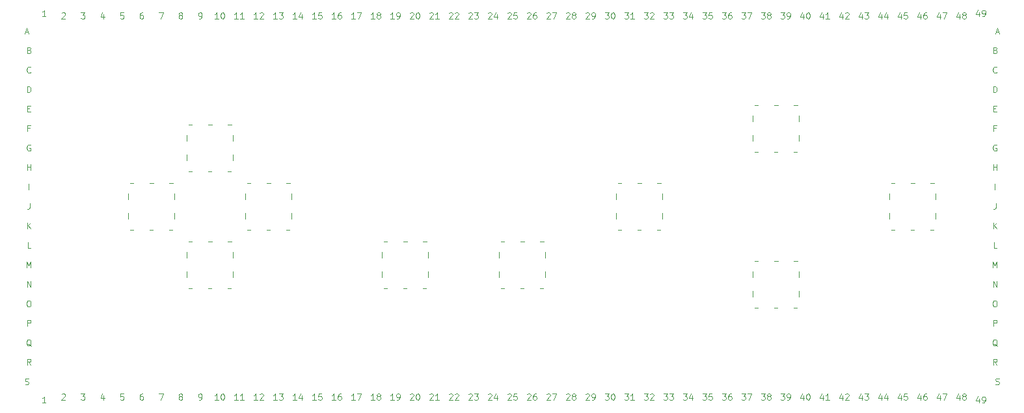
<source format=gbr>
G04 #@! TF.GenerationSoftware,KiCad,Pcbnew,(5.1.5)-3*
G04 #@! TF.CreationDate,2022-12-18T18:35:31+01:00*
G04 #@! TF.ProjectId,SNES controller protoboard,534e4553-2063-46f6-9e74-726f6c6c6572,rev?*
G04 #@! TF.SameCoordinates,Original*
G04 #@! TF.FileFunction,Legend,Top*
G04 #@! TF.FilePolarity,Positive*
%FSLAX46Y46*%
G04 Gerber Fmt 4.6, Leading zero omitted, Abs format (unit mm)*
G04 Created by KiCad (PCBNEW (5.1.5)-3) date 2022-12-18 18:35:31*
%MOMM*%
%LPD*%
G04 APERTURE LIST*
%ADD10C,0.120000*%
%ADD11C,0.100000*%
G04 APERTURE END LIST*
D10*
X49314100Y-33578800D02*
X49771300Y-33578800D01*
X44208700Y-27432000D02*
X44665900Y-27432000D01*
X43992800Y-32156400D02*
X43992800Y-31394400D01*
X49987200Y-29616400D02*
X49987200Y-28854400D01*
X49326800Y-27432000D02*
X49784000Y-27432000D01*
X43992800Y-29616400D02*
X43992800Y-28854400D01*
X44196000Y-33578800D02*
X44653200Y-33578800D01*
X46774100Y-33578800D02*
X47231300Y-33578800D01*
X46786800Y-27432000D02*
X47244000Y-27432000D01*
X49987200Y-32156400D02*
X49987200Y-31394400D01*
D11*
X123804442Y-2482857D02*
X123918728Y-2520952D01*
X123956823Y-2559047D01*
X123994919Y-2635238D01*
X123994919Y-2749523D01*
X123956823Y-2825714D01*
X123918728Y-2863809D01*
X123842538Y-2901904D01*
X123537776Y-2901904D01*
X123537776Y-2101904D01*
X123804442Y-2101904D01*
X123880633Y-2140000D01*
X123918728Y-2178095D01*
X123956823Y-2254285D01*
X123956823Y-2330476D01*
X123918728Y-2406666D01*
X123880633Y-2444761D01*
X123804442Y-2482857D01*
X123537776Y-2482857D01*
X123575871Y-10102857D02*
X123842538Y-10102857D01*
X123956823Y-10521904D02*
X123575871Y-10521904D01*
X123575871Y-9721904D01*
X123956823Y-9721904D01*
X123874323Y-133333D02*
X124255276Y-133333D01*
X123798133Y-361904D02*
X124064800Y438095D01*
X124331466Y-361904D01*
X123861585Y-12642857D02*
X123594919Y-12642857D01*
X123594919Y-13061904D02*
X123594919Y-12261904D01*
X123975871Y-12261904D01*
X123861585Y-22421904D02*
X123861585Y-22993333D01*
X123823490Y-23107619D01*
X123747300Y-23183809D01*
X123633014Y-23221904D01*
X123556823Y-23221904D01*
X123747300Y-20681904D02*
X123747300Y-19881904D01*
X123836228Y-46043809D02*
X123950514Y-46081904D01*
X124140990Y-46081904D01*
X124217180Y-46043809D01*
X124255276Y-46005714D01*
X124293371Y-45929523D01*
X124293371Y-45853333D01*
X124255276Y-45777142D01*
X124217180Y-45739047D01*
X124140990Y-45700952D01*
X123988609Y-45662857D01*
X123912419Y-45624761D01*
X123874323Y-45586666D01*
X123836228Y-45510476D01*
X123836228Y-45434285D01*
X123874323Y-45358095D01*
X123912419Y-45320000D01*
X123988609Y-45281904D01*
X124179085Y-45281904D01*
X124293371Y-45320000D01*
X123994919Y-5365714D02*
X123956823Y-5403809D01*
X123842538Y-5441904D01*
X123766347Y-5441904D01*
X123652061Y-5403809D01*
X123575871Y-5327619D01*
X123537776Y-5251428D01*
X123499680Y-5099047D01*
X123499680Y-4984761D01*
X123537776Y-4832380D01*
X123575871Y-4756190D01*
X123652061Y-4680000D01*
X123766347Y-4641904D01*
X123842538Y-4641904D01*
X123956823Y-4680000D01*
X123994919Y-4718095D01*
X124052061Y-41078095D02*
X123975871Y-41040000D01*
X123899680Y-40963809D01*
X123785395Y-40849523D01*
X123709204Y-40811428D01*
X123633014Y-40811428D01*
X123671109Y-41001904D02*
X123594919Y-40963809D01*
X123518728Y-40887619D01*
X123480633Y-40735238D01*
X123480633Y-40468571D01*
X123518728Y-40316190D01*
X123594919Y-40240000D01*
X123671109Y-40201904D01*
X123823490Y-40201904D01*
X123899680Y-40240000D01*
X123975871Y-40316190D01*
X124013966Y-40468571D01*
X124013966Y-40735238D01*
X123975871Y-40887619D01*
X123899680Y-40963809D01*
X123823490Y-41001904D01*
X123671109Y-41001904D01*
X123537776Y-38461904D02*
X123537776Y-37661904D01*
X123842538Y-37661904D01*
X123918728Y-37700000D01*
X123956823Y-37738095D01*
X123994919Y-37814285D01*
X123994919Y-37928571D01*
X123956823Y-38004761D01*
X123918728Y-38042857D01*
X123842538Y-38080952D01*
X123537776Y-38080952D01*
X123537776Y-25761904D02*
X123537776Y-24961904D01*
X123994919Y-25761904D02*
X123652061Y-25304761D01*
X123994919Y-24961904D02*
X123537776Y-25419047D01*
X123994919Y-43541904D02*
X123728252Y-43160952D01*
X123537776Y-43541904D02*
X123537776Y-42741904D01*
X123842538Y-42741904D01*
X123918728Y-42780000D01*
X123956823Y-42818095D01*
X123994919Y-42894285D01*
X123994919Y-43008571D01*
X123956823Y-43084761D01*
X123918728Y-43122857D01*
X123842538Y-43160952D01*
X123537776Y-43160952D01*
X123518728Y-33381904D02*
X123518728Y-32581904D01*
X123975871Y-33381904D01*
X123975871Y-32581904D01*
X123537776Y-7981904D02*
X123537776Y-7181904D01*
X123728252Y-7181904D01*
X123842538Y-7220000D01*
X123918728Y-7296190D01*
X123956823Y-7372380D01*
X123994919Y-7524761D01*
X123994919Y-7639047D01*
X123956823Y-7791428D01*
X123918728Y-7867619D01*
X123842538Y-7943809D01*
X123728252Y-7981904D01*
X123537776Y-7981904D01*
X123480633Y-30841904D02*
X123480633Y-30041904D01*
X123747300Y-30613333D01*
X124013966Y-30041904D01*
X124013966Y-30841904D01*
X123956823Y-14840000D02*
X123880633Y-14801904D01*
X123766347Y-14801904D01*
X123652061Y-14840000D01*
X123575871Y-14916190D01*
X123537776Y-14992380D01*
X123499680Y-15144761D01*
X123499680Y-15259047D01*
X123537776Y-15411428D01*
X123575871Y-15487619D01*
X123652061Y-15563809D01*
X123766347Y-15601904D01*
X123842538Y-15601904D01*
X123956823Y-15563809D01*
X123994919Y-15525714D01*
X123994919Y-15259047D01*
X123842538Y-15259047D01*
X123671109Y-35121904D02*
X123823490Y-35121904D01*
X123899680Y-35160000D01*
X123975871Y-35236190D01*
X124013966Y-35388571D01*
X124013966Y-35655238D01*
X123975871Y-35807619D01*
X123899680Y-35883809D01*
X123823490Y-35921904D01*
X123671109Y-35921904D01*
X123594919Y-35883809D01*
X123518728Y-35807619D01*
X123480633Y-35655238D01*
X123480633Y-35388571D01*
X123518728Y-35236190D01*
X123594919Y-35160000D01*
X123671109Y-35121904D01*
X123994919Y-28301904D02*
X123613966Y-28301904D01*
X123613966Y-27501904D01*
X123518728Y-18141904D02*
X123518728Y-17341904D01*
X123518728Y-17722857D02*
X123975871Y-17722857D01*
X123975871Y-18141904D02*
X123975871Y-17341904D01*
X37947619Y-48094904D02*
X37490476Y-48094904D01*
X37719047Y-48094904D02*
X37719047Y-47294904D01*
X37642857Y-47409190D01*
X37566666Y-47485380D01*
X37490476Y-47523476D01*
X38633333Y-47294904D02*
X38480952Y-47294904D01*
X38404761Y-47333000D01*
X38366666Y-47371095D01*
X38290476Y-47485380D01*
X38252380Y-47637761D01*
X38252380Y-47942523D01*
X38290476Y-48018714D01*
X38328571Y-48056809D01*
X38404761Y-48094904D01*
X38557142Y-48094904D01*
X38633333Y-48056809D01*
X38671428Y-48018714D01*
X38709523Y-47942523D01*
X38709523Y-47752047D01*
X38671428Y-47675857D01*
X38633333Y-47637761D01*
X38557142Y-47599666D01*
X38404761Y-47599666D01*
X38328571Y-47637761D01*
X38290476Y-47675857D01*
X38252380Y-47752047D01*
X75552380Y-47294904D02*
X76047619Y-47294904D01*
X75780952Y-47599666D01*
X75895238Y-47599666D01*
X75971428Y-47637761D01*
X76009523Y-47675857D01*
X76047619Y-47752047D01*
X76047619Y-47942523D01*
X76009523Y-48018714D01*
X75971428Y-48056809D01*
X75895238Y-48094904D01*
X75666666Y-48094904D01*
X75590476Y-48056809D01*
X75552380Y-48018714D01*
X76809523Y-48094904D02*
X76352380Y-48094904D01*
X76580952Y-48094904D02*
X76580952Y-47294904D01*
X76504761Y-47409190D01*
X76428571Y-47485380D01*
X76352380Y-47523476D01*
X65430476Y-47371095D02*
X65468571Y-47333000D01*
X65544761Y-47294904D01*
X65735238Y-47294904D01*
X65811428Y-47333000D01*
X65849523Y-47371095D01*
X65887619Y-47447285D01*
X65887619Y-47523476D01*
X65849523Y-47637761D01*
X65392380Y-48094904D01*
X65887619Y-48094904D01*
X66154285Y-47294904D02*
X66687619Y-47294904D01*
X66344761Y-48094904D01*
X10350476Y-47294904D02*
X9969523Y-47294904D01*
X9931428Y-47675857D01*
X9969523Y-47637761D01*
X10045714Y-47599666D01*
X10236190Y-47599666D01*
X10312380Y-47637761D01*
X10350476Y-47675857D01*
X10388571Y-47752047D01*
X10388571Y-47942523D01*
X10350476Y-48018714D01*
X10312380Y-48056809D01*
X10236190Y-48094904D01*
X10045714Y-48094904D01*
X9969523Y-48056809D01*
X9931428Y-48018714D01*
X12852380Y-47294904D02*
X12700000Y-47294904D01*
X12623809Y-47333000D01*
X12585714Y-47371095D01*
X12509523Y-47485380D01*
X12471428Y-47637761D01*
X12471428Y-47942523D01*
X12509523Y-48018714D01*
X12547619Y-48056809D01*
X12623809Y-48094904D01*
X12776190Y-48094904D01*
X12852380Y-48056809D01*
X12890476Y-48018714D01*
X12928571Y-47942523D01*
X12928571Y-47752047D01*
X12890476Y-47675857D01*
X12852380Y-47637761D01*
X12776190Y-47599666D01*
X12623809Y-47599666D01*
X12547619Y-47637761D01*
X12509523Y-47675857D01*
X12471428Y-47752047D01*
X43027619Y-48094904D02*
X42570476Y-48094904D01*
X42799047Y-48094904D02*
X42799047Y-47294904D01*
X42722857Y-47409190D01*
X42646666Y-47485380D01*
X42570476Y-47523476D01*
X43484761Y-47637761D02*
X43408571Y-47599666D01*
X43370476Y-47561571D01*
X43332380Y-47485380D01*
X43332380Y-47447285D01*
X43370476Y-47371095D01*
X43408571Y-47333000D01*
X43484761Y-47294904D01*
X43637142Y-47294904D01*
X43713333Y-47333000D01*
X43751428Y-47371095D01*
X43789523Y-47447285D01*
X43789523Y-47485380D01*
X43751428Y-47561571D01*
X43713333Y-47599666D01*
X43637142Y-47637761D01*
X43484761Y-47637761D01*
X43408571Y-47675857D01*
X43370476Y-47713952D01*
X43332380Y-47790142D01*
X43332380Y-47942523D01*
X43370476Y-48018714D01*
X43408571Y-48056809D01*
X43484761Y-48094904D01*
X43637142Y-48094904D01*
X43713333Y-48056809D01*
X43751428Y-48018714D01*
X43789523Y-47942523D01*
X43789523Y-47790142D01*
X43751428Y-47713952D01*
X43713333Y-47675857D01*
X43637142Y-47637761D01*
X45567619Y-48094904D02*
X45110476Y-48094904D01*
X45339047Y-48094904D02*
X45339047Y-47294904D01*
X45262857Y-47409190D01*
X45186666Y-47485380D01*
X45110476Y-47523476D01*
X45948571Y-48094904D02*
X46100952Y-48094904D01*
X46177142Y-48056809D01*
X46215238Y-48018714D01*
X46291428Y-47904428D01*
X46329523Y-47752047D01*
X46329523Y-47447285D01*
X46291428Y-47371095D01*
X46253333Y-47333000D01*
X46177142Y-47294904D01*
X46024761Y-47294904D01*
X45948571Y-47333000D01*
X45910476Y-47371095D01*
X45872380Y-47447285D01*
X45872380Y-47637761D01*
X45910476Y-47713952D01*
X45948571Y-47752047D01*
X46024761Y-47790142D01*
X46177142Y-47790142D01*
X46253333Y-47752047D01*
X46291428Y-47713952D01*
X46329523Y-47637761D01*
X90792380Y-47294904D02*
X91287619Y-47294904D01*
X91020952Y-47599666D01*
X91135238Y-47599666D01*
X91211428Y-47637761D01*
X91249523Y-47675857D01*
X91287619Y-47752047D01*
X91287619Y-47942523D01*
X91249523Y-48018714D01*
X91211428Y-48056809D01*
X91135238Y-48094904D01*
X90906666Y-48094904D01*
X90830476Y-48056809D01*
X90792380Y-48018714D01*
X91554285Y-47294904D02*
X92087619Y-47294904D01*
X91744761Y-48094904D01*
X116611428Y-47561571D02*
X116611428Y-48094904D01*
X116420952Y-47256809D02*
X116230476Y-47828238D01*
X116725714Y-47828238D01*
X116954285Y-47294904D02*
X117487619Y-47294904D01*
X117144761Y-48094904D01*
X22707619Y-48094904D02*
X22250476Y-48094904D01*
X22479047Y-48094904D02*
X22479047Y-47294904D01*
X22402857Y-47409190D01*
X22326666Y-47485380D01*
X22250476Y-47523476D01*
X23202857Y-47294904D02*
X23279047Y-47294904D01*
X23355238Y-47333000D01*
X23393333Y-47371095D01*
X23431428Y-47447285D01*
X23469523Y-47599666D01*
X23469523Y-47790142D01*
X23431428Y-47942523D01*
X23393333Y-48018714D01*
X23355238Y-48056809D01*
X23279047Y-48094904D01*
X23202857Y-48094904D01*
X23126666Y-48056809D01*
X23088571Y-48018714D01*
X23050476Y-47942523D01*
X23012380Y-47790142D01*
X23012380Y-47599666D01*
X23050476Y-47447285D01*
X23088571Y-47371095D01*
X23126666Y-47333000D01*
X23202857Y-47294904D01*
X93332380Y-47294904D02*
X93827619Y-47294904D01*
X93560952Y-47599666D01*
X93675238Y-47599666D01*
X93751428Y-47637761D01*
X93789523Y-47675857D01*
X93827619Y-47752047D01*
X93827619Y-47942523D01*
X93789523Y-48018714D01*
X93751428Y-48056809D01*
X93675238Y-48094904D01*
X93446666Y-48094904D01*
X93370476Y-48056809D01*
X93332380Y-48018714D01*
X94284761Y-47637761D02*
X94208571Y-47599666D01*
X94170476Y-47561571D01*
X94132380Y-47485380D01*
X94132380Y-47447285D01*
X94170476Y-47371095D01*
X94208571Y-47333000D01*
X94284761Y-47294904D01*
X94437142Y-47294904D01*
X94513333Y-47333000D01*
X94551428Y-47371095D01*
X94589523Y-47447285D01*
X94589523Y-47485380D01*
X94551428Y-47561571D01*
X94513333Y-47599666D01*
X94437142Y-47637761D01*
X94284761Y-47637761D01*
X94208571Y-47675857D01*
X94170476Y-47713952D01*
X94132380Y-47790142D01*
X94132380Y-47942523D01*
X94170476Y-48018714D01*
X94208571Y-48056809D01*
X94284761Y-48094904D01*
X94437142Y-48094904D01*
X94513333Y-48056809D01*
X94551428Y-48018714D01*
X94589523Y-47942523D01*
X94589523Y-47790142D01*
X94551428Y-47713952D01*
X94513333Y-47675857D01*
X94437142Y-47637761D01*
X103911428Y-47561571D02*
X103911428Y-48094904D01*
X103720952Y-47256809D02*
X103530476Y-47828238D01*
X104025714Y-47828238D01*
X104292380Y-47371095D02*
X104330476Y-47333000D01*
X104406666Y-47294904D01*
X104597142Y-47294904D01*
X104673333Y-47333000D01*
X104711428Y-47371095D01*
X104749523Y-47447285D01*
X104749523Y-47523476D01*
X104711428Y-47637761D01*
X104254285Y-48094904D01*
X104749523Y-48094904D01*
X4813333Y-47294904D02*
X5308571Y-47294904D01*
X5041904Y-47599666D01*
X5156190Y-47599666D01*
X5232380Y-47637761D01*
X5270476Y-47675857D01*
X5308571Y-47752047D01*
X5308571Y-47942523D01*
X5270476Y-48018714D01*
X5232380Y-48056809D01*
X5156190Y-48094904D01*
X4927619Y-48094904D01*
X4851428Y-48056809D01*
X4813333Y-48018714D01*
X25247619Y-48094904D02*
X24790476Y-48094904D01*
X25019047Y-48094904D02*
X25019047Y-47294904D01*
X24942857Y-47409190D01*
X24866666Y-47485380D01*
X24790476Y-47523476D01*
X26009523Y-48094904D02*
X25552380Y-48094904D01*
X25780952Y-48094904D02*
X25780952Y-47294904D01*
X25704761Y-47409190D01*
X25628571Y-47485380D01*
X25552380Y-47523476D01*
X27787619Y-48094904D02*
X27330476Y-48094904D01*
X27559047Y-48094904D02*
X27559047Y-47294904D01*
X27482857Y-47409190D01*
X27406666Y-47485380D01*
X27330476Y-47523476D01*
X28092380Y-47371095D02*
X28130476Y-47333000D01*
X28206666Y-47294904D01*
X28397142Y-47294904D01*
X28473333Y-47333000D01*
X28511428Y-47371095D01*
X28549523Y-47447285D01*
X28549523Y-47523476D01*
X28511428Y-47637761D01*
X28054285Y-48094904D01*
X28549523Y-48094904D01*
X70510476Y-47371095D02*
X70548571Y-47333000D01*
X70624761Y-47294904D01*
X70815238Y-47294904D01*
X70891428Y-47333000D01*
X70929523Y-47371095D01*
X70967619Y-47447285D01*
X70967619Y-47523476D01*
X70929523Y-47637761D01*
X70472380Y-48094904D01*
X70967619Y-48094904D01*
X71348571Y-48094904D02*
X71500952Y-48094904D01*
X71577142Y-48056809D01*
X71615238Y-48018714D01*
X71691428Y-47904428D01*
X71729523Y-47752047D01*
X71729523Y-47447285D01*
X71691428Y-47371095D01*
X71653333Y-47333000D01*
X71577142Y-47294904D01*
X71424761Y-47294904D01*
X71348571Y-47333000D01*
X71310476Y-47371095D01*
X71272380Y-47447285D01*
X71272380Y-47637761D01*
X71310476Y-47713952D01*
X71348571Y-47752047D01*
X71424761Y-47790142D01*
X71577142Y-47790142D01*
X71653333Y-47752047D01*
X71691428Y-47713952D01*
X71729523Y-47637761D01*
X101371428Y-47561571D02*
X101371428Y-48094904D01*
X101180952Y-47256809D02*
X100990476Y-47828238D01*
X101485714Y-47828238D01*
X102209523Y-48094904D02*
X101752380Y-48094904D01*
X101980952Y-48094904D02*
X101980952Y-47294904D01*
X101904761Y-47409190D01*
X101828571Y-47485380D01*
X101752380Y-47523476D01*
X98831428Y-47561571D02*
X98831428Y-48094904D01*
X98640952Y-47256809D02*
X98450476Y-47828238D01*
X98945714Y-47828238D01*
X99402857Y-47294904D02*
X99479047Y-47294904D01*
X99555238Y-47333000D01*
X99593333Y-47371095D01*
X99631428Y-47447285D01*
X99669523Y-47599666D01*
X99669523Y-47790142D01*
X99631428Y-47942523D01*
X99593333Y-48018714D01*
X99555238Y-48056809D01*
X99479047Y-48094904D01*
X99402857Y-48094904D01*
X99326666Y-48056809D01*
X99288571Y-48018714D01*
X99250476Y-47942523D01*
X99212380Y-47790142D01*
X99212380Y-47599666D01*
X99250476Y-47447285D01*
X99288571Y-47371095D01*
X99326666Y-47333000D01*
X99402857Y-47294904D01*
X32867619Y-48094904D02*
X32410476Y-48094904D01*
X32639047Y-48094904D02*
X32639047Y-47294904D01*
X32562857Y-47409190D01*
X32486666Y-47485380D01*
X32410476Y-47523476D01*
X33553333Y-47561571D02*
X33553333Y-48094904D01*
X33362857Y-47256809D02*
X33172380Y-47828238D01*
X33667619Y-47828238D01*
X80632380Y-47294904D02*
X81127619Y-47294904D01*
X80860952Y-47599666D01*
X80975238Y-47599666D01*
X81051428Y-47637761D01*
X81089523Y-47675857D01*
X81127619Y-47752047D01*
X81127619Y-47942523D01*
X81089523Y-48018714D01*
X81051428Y-48056809D01*
X80975238Y-48094904D01*
X80746666Y-48094904D01*
X80670476Y-48056809D01*
X80632380Y-48018714D01*
X81394285Y-47294904D02*
X81889523Y-47294904D01*
X81622857Y-47599666D01*
X81737142Y-47599666D01*
X81813333Y-47637761D01*
X81851428Y-47675857D01*
X81889523Y-47752047D01*
X81889523Y-47942523D01*
X81851428Y-48018714D01*
X81813333Y-48056809D01*
X81737142Y-48094904D01*
X81508571Y-48094904D01*
X81432380Y-48056809D01*
X81394285Y-48018714D01*
X55270476Y-47371095D02*
X55308571Y-47333000D01*
X55384761Y-47294904D01*
X55575238Y-47294904D01*
X55651428Y-47333000D01*
X55689523Y-47371095D01*
X55727619Y-47447285D01*
X55727619Y-47523476D01*
X55689523Y-47637761D01*
X55232380Y-48094904D01*
X55727619Y-48094904D01*
X55994285Y-47294904D02*
X56489523Y-47294904D01*
X56222857Y-47599666D01*
X56337142Y-47599666D01*
X56413333Y-47637761D01*
X56451428Y-47675857D01*
X56489523Y-47752047D01*
X56489523Y-47942523D01*
X56451428Y-48018714D01*
X56413333Y-48056809D01*
X56337142Y-48094904D01*
X56108571Y-48094904D01*
X56032380Y-48056809D01*
X55994285Y-48018714D01*
X121691428Y-47942571D02*
X121691428Y-48475904D01*
X121500952Y-47637809D02*
X121310476Y-48209238D01*
X121805714Y-48209238D01*
X122148571Y-48475904D02*
X122300952Y-48475904D01*
X122377142Y-48437809D01*
X122415238Y-48399714D01*
X122491428Y-48285428D01*
X122529523Y-48133047D01*
X122529523Y-47828285D01*
X122491428Y-47752095D01*
X122453333Y-47714000D01*
X122377142Y-47675904D01*
X122224761Y-47675904D01*
X122148571Y-47714000D01*
X122110476Y-47752095D01*
X122072380Y-47828285D01*
X122072380Y-48018761D01*
X122110476Y-48094952D01*
X122148571Y-48133047D01*
X122224761Y-48171142D01*
X122377142Y-48171142D01*
X122453333Y-48133047D01*
X122491428Y-48094952D01*
X122529523Y-48018761D01*
X228571Y-48475904D02*
X-228571Y-48475904D01*
X0Y-48475904D02*
X0Y-47675904D01*
X-76190Y-47790190D01*
X-152380Y-47866380D01*
X-228571Y-47904476D01*
X17703809Y-47637761D02*
X17627619Y-47599666D01*
X17589523Y-47561571D01*
X17551428Y-47485380D01*
X17551428Y-47447285D01*
X17589523Y-47371095D01*
X17627619Y-47333000D01*
X17703809Y-47294904D01*
X17856190Y-47294904D01*
X17932380Y-47333000D01*
X17970476Y-47371095D01*
X18008571Y-47447285D01*
X18008571Y-47485380D01*
X17970476Y-47561571D01*
X17932380Y-47599666D01*
X17856190Y-47637761D01*
X17703809Y-47637761D01*
X17627619Y-47675857D01*
X17589523Y-47713952D01*
X17551428Y-47790142D01*
X17551428Y-47942523D01*
X17589523Y-48018714D01*
X17627619Y-48056809D01*
X17703809Y-48094904D01*
X17856190Y-48094904D01*
X17932380Y-48056809D01*
X17970476Y-48018714D01*
X18008571Y-47942523D01*
X18008571Y-47790142D01*
X17970476Y-47713952D01*
X17932380Y-47675857D01*
X17856190Y-47637761D01*
X35407619Y-48094904D02*
X34950476Y-48094904D01*
X35179047Y-48094904D02*
X35179047Y-47294904D01*
X35102857Y-47409190D01*
X35026666Y-47485380D01*
X34950476Y-47523476D01*
X36131428Y-47294904D02*
X35750476Y-47294904D01*
X35712380Y-47675857D01*
X35750476Y-47637761D01*
X35826666Y-47599666D01*
X36017142Y-47599666D01*
X36093333Y-47637761D01*
X36131428Y-47675857D01*
X36169523Y-47752047D01*
X36169523Y-47942523D01*
X36131428Y-48018714D01*
X36093333Y-48056809D01*
X36017142Y-48094904D01*
X35826666Y-48094904D01*
X35750476Y-48056809D01*
X35712380Y-48018714D01*
X108991428Y-47561571D02*
X108991428Y-48094904D01*
X108800952Y-47256809D02*
X108610476Y-47828238D01*
X109105714Y-47828238D01*
X109753333Y-47561571D02*
X109753333Y-48094904D01*
X109562857Y-47256809D02*
X109372380Y-47828238D01*
X109867619Y-47828238D01*
X67970476Y-47371095D02*
X68008571Y-47333000D01*
X68084761Y-47294904D01*
X68275238Y-47294904D01*
X68351428Y-47333000D01*
X68389523Y-47371095D01*
X68427619Y-47447285D01*
X68427619Y-47523476D01*
X68389523Y-47637761D01*
X67932380Y-48094904D01*
X68427619Y-48094904D01*
X68884761Y-47637761D02*
X68808571Y-47599666D01*
X68770476Y-47561571D01*
X68732380Y-47485380D01*
X68732380Y-47447285D01*
X68770476Y-47371095D01*
X68808571Y-47333000D01*
X68884761Y-47294904D01*
X69037142Y-47294904D01*
X69113333Y-47333000D01*
X69151428Y-47371095D01*
X69189523Y-47447285D01*
X69189523Y-47485380D01*
X69151428Y-47561571D01*
X69113333Y-47599666D01*
X69037142Y-47637761D01*
X68884761Y-47637761D01*
X68808571Y-47675857D01*
X68770476Y-47713952D01*
X68732380Y-47790142D01*
X68732380Y-47942523D01*
X68770476Y-48018714D01*
X68808571Y-48056809D01*
X68884761Y-48094904D01*
X69037142Y-48094904D01*
X69113333Y-48056809D01*
X69151428Y-48018714D01*
X69189523Y-47942523D01*
X69189523Y-47790142D01*
X69151428Y-47713952D01*
X69113333Y-47675857D01*
X69037142Y-47637761D01*
X60350476Y-47371095D02*
X60388571Y-47333000D01*
X60464761Y-47294904D01*
X60655238Y-47294904D01*
X60731428Y-47333000D01*
X60769523Y-47371095D01*
X60807619Y-47447285D01*
X60807619Y-47523476D01*
X60769523Y-47637761D01*
X60312380Y-48094904D01*
X60807619Y-48094904D01*
X61531428Y-47294904D02*
X61150476Y-47294904D01*
X61112380Y-47675857D01*
X61150476Y-47637761D01*
X61226666Y-47599666D01*
X61417142Y-47599666D01*
X61493333Y-47637761D01*
X61531428Y-47675857D01*
X61569523Y-47752047D01*
X61569523Y-47942523D01*
X61531428Y-48018714D01*
X61493333Y-48056809D01*
X61417142Y-48094904D01*
X61226666Y-48094904D01*
X61150476Y-48056809D01*
X61112380Y-48018714D01*
X7772380Y-47561571D02*
X7772380Y-48094904D01*
X7581904Y-47256809D02*
X7391428Y-47828238D01*
X7886666Y-47828238D01*
X73012380Y-47294904D02*
X73507619Y-47294904D01*
X73240952Y-47599666D01*
X73355238Y-47599666D01*
X73431428Y-47637761D01*
X73469523Y-47675857D01*
X73507619Y-47752047D01*
X73507619Y-47942523D01*
X73469523Y-48018714D01*
X73431428Y-48056809D01*
X73355238Y-48094904D01*
X73126666Y-48094904D01*
X73050476Y-48056809D01*
X73012380Y-48018714D01*
X74002857Y-47294904D02*
X74079047Y-47294904D01*
X74155238Y-47333000D01*
X74193333Y-47371095D01*
X74231428Y-47447285D01*
X74269523Y-47599666D01*
X74269523Y-47790142D01*
X74231428Y-47942523D01*
X74193333Y-48018714D01*
X74155238Y-48056809D01*
X74079047Y-48094904D01*
X74002857Y-48094904D01*
X73926666Y-48056809D01*
X73888571Y-48018714D01*
X73850476Y-47942523D01*
X73812380Y-47790142D01*
X73812380Y-47599666D01*
X73850476Y-47447285D01*
X73888571Y-47371095D01*
X73926666Y-47333000D01*
X74002857Y-47294904D01*
X2311428Y-47371095D02*
X2349523Y-47333000D01*
X2425714Y-47294904D01*
X2616190Y-47294904D01*
X2692380Y-47333000D01*
X2730476Y-47371095D01*
X2768571Y-47447285D01*
X2768571Y-47523476D01*
X2730476Y-47637761D01*
X2273333Y-48094904D01*
X2768571Y-48094904D01*
X30327619Y-48094904D02*
X29870476Y-48094904D01*
X30099047Y-48094904D02*
X30099047Y-47294904D01*
X30022857Y-47409190D01*
X29946666Y-47485380D01*
X29870476Y-47523476D01*
X30594285Y-47294904D02*
X31089523Y-47294904D01*
X30822857Y-47599666D01*
X30937142Y-47599666D01*
X31013333Y-47637761D01*
X31051428Y-47675857D01*
X31089523Y-47752047D01*
X31089523Y-47942523D01*
X31051428Y-48018714D01*
X31013333Y-48056809D01*
X30937142Y-48094904D01*
X30708571Y-48094904D01*
X30632380Y-48056809D01*
X30594285Y-48018714D01*
X119151428Y-47561571D02*
X119151428Y-48094904D01*
X118960952Y-47256809D02*
X118770476Y-47828238D01*
X119265714Y-47828238D01*
X119684761Y-47637761D02*
X119608571Y-47599666D01*
X119570476Y-47561571D01*
X119532380Y-47485380D01*
X119532380Y-47447285D01*
X119570476Y-47371095D01*
X119608571Y-47333000D01*
X119684761Y-47294904D01*
X119837142Y-47294904D01*
X119913333Y-47333000D01*
X119951428Y-47371095D01*
X119989523Y-47447285D01*
X119989523Y-47485380D01*
X119951428Y-47561571D01*
X119913333Y-47599666D01*
X119837142Y-47637761D01*
X119684761Y-47637761D01*
X119608571Y-47675857D01*
X119570476Y-47713952D01*
X119532380Y-47790142D01*
X119532380Y-47942523D01*
X119570476Y-48018714D01*
X119608571Y-48056809D01*
X119684761Y-48094904D01*
X119837142Y-48094904D01*
X119913333Y-48056809D01*
X119951428Y-48018714D01*
X119989523Y-47942523D01*
X119989523Y-47790142D01*
X119951428Y-47713952D01*
X119913333Y-47675857D01*
X119837142Y-47637761D01*
X14973333Y-47294904D02*
X15506666Y-47294904D01*
X15163809Y-48094904D01*
X111531428Y-47561571D02*
X111531428Y-48094904D01*
X111340952Y-47256809D02*
X111150476Y-47828238D01*
X111645714Y-47828238D01*
X112331428Y-47294904D02*
X111950476Y-47294904D01*
X111912380Y-47675857D01*
X111950476Y-47637761D01*
X112026666Y-47599666D01*
X112217142Y-47599666D01*
X112293333Y-47637761D01*
X112331428Y-47675857D01*
X112369523Y-47752047D01*
X112369523Y-47942523D01*
X112331428Y-48018714D01*
X112293333Y-48056809D01*
X112217142Y-48094904D01*
X112026666Y-48094904D01*
X111950476Y-48056809D01*
X111912380Y-48018714D01*
X20167619Y-48094904D02*
X20320000Y-48094904D01*
X20396190Y-48056809D01*
X20434285Y-48018714D01*
X20510476Y-47904428D01*
X20548571Y-47752047D01*
X20548571Y-47447285D01*
X20510476Y-47371095D01*
X20472380Y-47333000D01*
X20396190Y-47294904D01*
X20243809Y-47294904D01*
X20167619Y-47333000D01*
X20129523Y-47371095D01*
X20091428Y-47447285D01*
X20091428Y-47637761D01*
X20129523Y-47713952D01*
X20167619Y-47752047D01*
X20243809Y-47790142D01*
X20396190Y-47790142D01*
X20472380Y-47752047D01*
X20510476Y-47713952D01*
X20548571Y-47637761D01*
X40487619Y-48094904D02*
X40030476Y-48094904D01*
X40259047Y-48094904D02*
X40259047Y-47294904D01*
X40182857Y-47409190D01*
X40106666Y-47485380D01*
X40030476Y-47523476D01*
X40754285Y-47294904D02*
X41287619Y-47294904D01*
X40944761Y-48094904D01*
X47650476Y-47371095D02*
X47688571Y-47333000D01*
X47764761Y-47294904D01*
X47955238Y-47294904D01*
X48031428Y-47333000D01*
X48069523Y-47371095D01*
X48107619Y-47447285D01*
X48107619Y-47523476D01*
X48069523Y-47637761D01*
X47612380Y-48094904D01*
X48107619Y-48094904D01*
X48602857Y-47294904D02*
X48679047Y-47294904D01*
X48755238Y-47333000D01*
X48793333Y-47371095D01*
X48831428Y-47447285D01*
X48869523Y-47599666D01*
X48869523Y-47790142D01*
X48831428Y-47942523D01*
X48793333Y-48018714D01*
X48755238Y-48056809D01*
X48679047Y-48094904D01*
X48602857Y-48094904D01*
X48526666Y-48056809D01*
X48488571Y-48018714D01*
X48450476Y-47942523D01*
X48412380Y-47790142D01*
X48412380Y-47599666D01*
X48450476Y-47447285D01*
X48488571Y-47371095D01*
X48526666Y-47333000D01*
X48602857Y-47294904D01*
X88252380Y-47294904D02*
X88747619Y-47294904D01*
X88480952Y-47599666D01*
X88595238Y-47599666D01*
X88671428Y-47637761D01*
X88709523Y-47675857D01*
X88747619Y-47752047D01*
X88747619Y-47942523D01*
X88709523Y-48018714D01*
X88671428Y-48056809D01*
X88595238Y-48094904D01*
X88366666Y-48094904D01*
X88290476Y-48056809D01*
X88252380Y-48018714D01*
X89433333Y-47294904D02*
X89280952Y-47294904D01*
X89204761Y-47333000D01*
X89166666Y-47371095D01*
X89090476Y-47485380D01*
X89052380Y-47637761D01*
X89052380Y-47942523D01*
X89090476Y-48018714D01*
X89128571Y-48056809D01*
X89204761Y-48094904D01*
X89357142Y-48094904D01*
X89433333Y-48056809D01*
X89471428Y-48018714D01*
X89509523Y-47942523D01*
X89509523Y-47752047D01*
X89471428Y-47675857D01*
X89433333Y-47637761D01*
X89357142Y-47599666D01*
X89204761Y-47599666D01*
X89128571Y-47637761D01*
X89090476Y-47675857D01*
X89052380Y-47752047D01*
X50190476Y-47371095D02*
X50228571Y-47333000D01*
X50304761Y-47294904D01*
X50495238Y-47294904D01*
X50571428Y-47333000D01*
X50609523Y-47371095D01*
X50647619Y-47447285D01*
X50647619Y-47523476D01*
X50609523Y-47637761D01*
X50152380Y-48094904D01*
X50647619Y-48094904D01*
X51409523Y-48094904D02*
X50952380Y-48094904D01*
X51180952Y-48094904D02*
X51180952Y-47294904D01*
X51104761Y-47409190D01*
X51028571Y-47485380D01*
X50952380Y-47523476D01*
X52730476Y-47371095D02*
X52768571Y-47333000D01*
X52844761Y-47294904D01*
X53035238Y-47294904D01*
X53111428Y-47333000D01*
X53149523Y-47371095D01*
X53187619Y-47447285D01*
X53187619Y-47523476D01*
X53149523Y-47637761D01*
X52692380Y-48094904D01*
X53187619Y-48094904D01*
X53492380Y-47371095D02*
X53530476Y-47333000D01*
X53606666Y-47294904D01*
X53797142Y-47294904D01*
X53873333Y-47333000D01*
X53911428Y-47371095D01*
X53949523Y-47447285D01*
X53949523Y-47523476D01*
X53911428Y-47637761D01*
X53454285Y-48094904D01*
X53949523Y-48094904D01*
X57810476Y-47371095D02*
X57848571Y-47333000D01*
X57924761Y-47294904D01*
X58115238Y-47294904D01*
X58191428Y-47333000D01*
X58229523Y-47371095D01*
X58267619Y-47447285D01*
X58267619Y-47523476D01*
X58229523Y-47637761D01*
X57772380Y-48094904D01*
X58267619Y-48094904D01*
X58953333Y-47561571D02*
X58953333Y-48094904D01*
X58762857Y-47256809D02*
X58572380Y-47828238D01*
X59067619Y-47828238D01*
X62890476Y-47371095D02*
X62928571Y-47333000D01*
X63004761Y-47294904D01*
X63195238Y-47294904D01*
X63271428Y-47333000D01*
X63309523Y-47371095D01*
X63347619Y-47447285D01*
X63347619Y-47523476D01*
X63309523Y-47637761D01*
X62852380Y-48094904D01*
X63347619Y-48094904D01*
X64033333Y-47294904D02*
X63880952Y-47294904D01*
X63804761Y-47333000D01*
X63766666Y-47371095D01*
X63690476Y-47485380D01*
X63652380Y-47637761D01*
X63652380Y-47942523D01*
X63690476Y-48018714D01*
X63728571Y-48056809D01*
X63804761Y-48094904D01*
X63957142Y-48094904D01*
X64033333Y-48056809D01*
X64071428Y-48018714D01*
X64109523Y-47942523D01*
X64109523Y-47752047D01*
X64071428Y-47675857D01*
X64033333Y-47637761D01*
X63957142Y-47599666D01*
X63804761Y-47599666D01*
X63728571Y-47637761D01*
X63690476Y-47675857D01*
X63652380Y-47752047D01*
X78092380Y-47294904D02*
X78587619Y-47294904D01*
X78320952Y-47599666D01*
X78435238Y-47599666D01*
X78511428Y-47637761D01*
X78549523Y-47675857D01*
X78587619Y-47752047D01*
X78587619Y-47942523D01*
X78549523Y-48018714D01*
X78511428Y-48056809D01*
X78435238Y-48094904D01*
X78206666Y-48094904D01*
X78130476Y-48056809D01*
X78092380Y-48018714D01*
X78892380Y-47371095D02*
X78930476Y-47333000D01*
X79006666Y-47294904D01*
X79197142Y-47294904D01*
X79273333Y-47333000D01*
X79311428Y-47371095D01*
X79349523Y-47447285D01*
X79349523Y-47523476D01*
X79311428Y-47637761D01*
X78854285Y-48094904D01*
X79349523Y-48094904D01*
X106451428Y-47561571D02*
X106451428Y-48094904D01*
X106260952Y-47256809D02*
X106070476Y-47828238D01*
X106565714Y-47828238D01*
X106794285Y-47294904D02*
X107289523Y-47294904D01*
X107022857Y-47599666D01*
X107137142Y-47599666D01*
X107213333Y-47637761D01*
X107251428Y-47675857D01*
X107289523Y-47752047D01*
X107289523Y-47942523D01*
X107251428Y-48018714D01*
X107213333Y-48056809D01*
X107137142Y-48094904D01*
X106908571Y-48094904D01*
X106832380Y-48056809D01*
X106794285Y-48018714D01*
X114071428Y-47561571D02*
X114071428Y-48094904D01*
X113880952Y-47256809D02*
X113690476Y-47828238D01*
X114185714Y-47828238D01*
X114833333Y-47294904D02*
X114680952Y-47294904D01*
X114604761Y-47333000D01*
X114566666Y-47371095D01*
X114490476Y-47485380D01*
X114452380Y-47637761D01*
X114452380Y-47942523D01*
X114490476Y-48018714D01*
X114528571Y-48056809D01*
X114604761Y-48094904D01*
X114757142Y-48094904D01*
X114833333Y-48056809D01*
X114871428Y-48018714D01*
X114909523Y-47942523D01*
X114909523Y-47752047D01*
X114871428Y-47675857D01*
X114833333Y-47637761D01*
X114757142Y-47599666D01*
X114604761Y-47599666D01*
X114528571Y-47637761D01*
X114490476Y-47675857D01*
X114452380Y-47752047D01*
X83172380Y-47294904D02*
X83667619Y-47294904D01*
X83400952Y-47599666D01*
X83515238Y-47599666D01*
X83591428Y-47637761D01*
X83629523Y-47675857D01*
X83667619Y-47752047D01*
X83667619Y-47942523D01*
X83629523Y-48018714D01*
X83591428Y-48056809D01*
X83515238Y-48094904D01*
X83286666Y-48094904D01*
X83210476Y-48056809D01*
X83172380Y-48018714D01*
X84353333Y-47561571D02*
X84353333Y-48094904D01*
X84162857Y-47256809D02*
X83972380Y-47828238D01*
X84467619Y-47828238D01*
X85712380Y-47294904D02*
X86207619Y-47294904D01*
X85940952Y-47599666D01*
X86055238Y-47599666D01*
X86131428Y-47637761D01*
X86169523Y-47675857D01*
X86207619Y-47752047D01*
X86207619Y-47942523D01*
X86169523Y-48018714D01*
X86131428Y-48056809D01*
X86055238Y-48094904D01*
X85826666Y-48094904D01*
X85750476Y-48056809D01*
X85712380Y-48018714D01*
X86931428Y-47294904D02*
X86550476Y-47294904D01*
X86512380Y-47675857D01*
X86550476Y-47637761D01*
X86626666Y-47599666D01*
X86817142Y-47599666D01*
X86893333Y-47637761D01*
X86931428Y-47675857D01*
X86969523Y-47752047D01*
X86969523Y-47942523D01*
X86931428Y-48018714D01*
X86893333Y-48056809D01*
X86817142Y-48094904D01*
X86626666Y-48094904D01*
X86550476Y-48056809D01*
X86512380Y-48018714D01*
X95872380Y-47294904D02*
X96367619Y-47294904D01*
X96100952Y-47599666D01*
X96215238Y-47599666D01*
X96291428Y-47637761D01*
X96329523Y-47675857D01*
X96367619Y-47752047D01*
X96367619Y-47942523D01*
X96329523Y-48018714D01*
X96291428Y-48056809D01*
X96215238Y-48094904D01*
X95986666Y-48094904D01*
X95910476Y-48056809D01*
X95872380Y-48018714D01*
X96748571Y-48094904D02*
X96900952Y-48094904D01*
X96977142Y-48056809D01*
X97015238Y-48018714D01*
X97091428Y-47904428D01*
X97129523Y-47752047D01*
X97129523Y-47447285D01*
X97091428Y-47371095D01*
X97053333Y-47333000D01*
X96977142Y-47294904D01*
X96824761Y-47294904D01*
X96748571Y-47333000D01*
X96710476Y-47371095D01*
X96672380Y-47447285D01*
X96672380Y-47637761D01*
X96710476Y-47713952D01*
X96748571Y-47752047D01*
X96824761Y-47790142D01*
X96977142Y-47790142D01*
X97053333Y-47752047D01*
X97091428Y-47713952D01*
X97129523Y-47637761D01*
X-1733580Y-28301904D02*
X-2114533Y-28301904D01*
X-2114533Y-27501904D01*
X-2190723Y-7981904D02*
X-2190723Y-7181904D01*
X-2000247Y-7181904D01*
X-1885961Y-7220000D01*
X-1809771Y-7296190D01*
X-1771676Y-7372380D01*
X-1733580Y-7524761D01*
X-1733580Y-7639047D01*
X-1771676Y-7791428D01*
X-1809771Y-7867619D01*
X-1885961Y-7943809D01*
X-2000247Y-7981904D01*
X-2190723Y-7981904D01*
X-2190723Y-38461904D02*
X-2190723Y-37661904D01*
X-1885961Y-37661904D01*
X-1809771Y-37700000D01*
X-1771676Y-37738095D01*
X-1733580Y-37814285D01*
X-1733580Y-37928571D01*
X-1771676Y-38004761D01*
X-1809771Y-38042857D01*
X-1885961Y-38080952D01*
X-2190723Y-38080952D01*
X-2057390Y-35121904D02*
X-1905009Y-35121904D01*
X-1828819Y-35160000D01*
X-1752628Y-35236190D01*
X-1714533Y-35388571D01*
X-1714533Y-35655238D01*
X-1752628Y-35807619D01*
X-1828819Y-35883809D01*
X-1905009Y-35921904D01*
X-2057390Y-35921904D01*
X-2133580Y-35883809D01*
X-2209771Y-35807619D01*
X-2247866Y-35655238D01*
X-2247866Y-35388571D01*
X-2209771Y-35236190D01*
X-2133580Y-35160000D01*
X-2057390Y-35121904D01*
X-2209771Y-33381904D02*
X-2209771Y-32581904D01*
X-1752628Y-33381904D01*
X-1752628Y-32581904D01*
X-1771676Y-14840000D02*
X-1847866Y-14801904D01*
X-1962152Y-14801904D01*
X-2076438Y-14840000D01*
X-2152628Y-14916190D01*
X-2190723Y-14992380D01*
X-2228819Y-15144761D01*
X-2228819Y-15259047D01*
X-2190723Y-15411428D01*
X-2152628Y-15487619D01*
X-2076438Y-15563809D01*
X-1962152Y-15601904D01*
X-1885961Y-15601904D01*
X-1771676Y-15563809D01*
X-1733580Y-15525714D01*
X-1733580Y-15259047D01*
X-1885961Y-15259047D01*
X-1733580Y-5365714D02*
X-1771676Y-5403809D01*
X-1885961Y-5441904D01*
X-1962152Y-5441904D01*
X-2076438Y-5403809D01*
X-2152628Y-5327619D01*
X-2190723Y-5251428D01*
X-2228819Y-5099047D01*
X-2228819Y-4984761D01*
X-2190723Y-4832380D01*
X-2152628Y-4756190D01*
X-2076438Y-4680000D01*
X-1962152Y-4641904D01*
X-1885961Y-4641904D01*
X-1771676Y-4680000D01*
X-1733580Y-4718095D01*
X-1981199Y-20681904D02*
X-1981199Y-19881904D01*
X-2463771Y-46043809D02*
X-2349485Y-46081904D01*
X-2159009Y-46081904D01*
X-2082819Y-46043809D01*
X-2044723Y-46005714D01*
X-2006628Y-45929523D01*
X-2006628Y-45853333D01*
X-2044723Y-45777142D01*
X-2082819Y-45739047D01*
X-2159009Y-45700952D01*
X-2311390Y-45662857D01*
X-2387580Y-45624761D01*
X-2425676Y-45586666D01*
X-2463771Y-45510476D01*
X-2463771Y-45434285D01*
X-2425676Y-45358095D01*
X-2387580Y-45320000D01*
X-2311390Y-45281904D01*
X-2120914Y-45281904D01*
X-2006628Y-45320000D01*
X-1733580Y-43541904D02*
X-2000247Y-43160952D01*
X-2190723Y-43541904D02*
X-2190723Y-42741904D01*
X-1885961Y-42741904D01*
X-1809771Y-42780000D01*
X-1771676Y-42818095D01*
X-1733580Y-42894285D01*
X-1733580Y-43008571D01*
X-1771676Y-43084761D01*
X-1809771Y-43122857D01*
X-1885961Y-43160952D01*
X-2190723Y-43160952D01*
X-1866914Y-22421904D02*
X-1866914Y-22993333D01*
X-1905009Y-23107619D01*
X-1981200Y-23183809D01*
X-2095485Y-23221904D01*
X-2171676Y-23221904D01*
X-2209771Y-18141904D02*
X-2209771Y-17341904D01*
X-2209771Y-17722857D02*
X-1752628Y-17722857D01*
X-1752628Y-18141904D02*
X-1752628Y-17341904D01*
X-1676438Y-41078095D02*
X-1752628Y-41040000D01*
X-1828819Y-40963809D01*
X-1943104Y-40849523D01*
X-2019295Y-40811428D01*
X-2095485Y-40811428D01*
X-2057390Y-41001904D02*
X-2133580Y-40963809D01*
X-2209771Y-40887619D01*
X-2247866Y-40735238D01*
X-2247866Y-40468571D01*
X-2209771Y-40316190D01*
X-2133580Y-40240000D01*
X-2057390Y-40201904D01*
X-1905009Y-40201904D01*
X-1828819Y-40240000D01*
X-1752628Y-40316190D01*
X-1714533Y-40468571D01*
X-1714533Y-40735238D01*
X-1752628Y-40887619D01*
X-1828819Y-40963809D01*
X-1905009Y-41001904D01*
X-2057390Y-41001904D01*
X-2247866Y-30841904D02*
X-2247866Y-30041904D01*
X-1981200Y-30613333D01*
X-1714533Y-30041904D01*
X-1714533Y-30841904D01*
X-2190723Y-25761904D02*
X-2190723Y-24961904D01*
X-1733580Y-25761904D02*
X-2076438Y-25304761D01*
X-1733580Y-24961904D02*
X-2190723Y-25419047D01*
X-2152628Y-10102857D02*
X-1885961Y-10102857D01*
X-1771676Y-10521904D02*
X-2152628Y-10521904D01*
X-2152628Y-9721904D01*
X-1771676Y-9721904D01*
X-1924057Y-2482857D02*
X-1809771Y-2520952D01*
X-1771676Y-2559047D01*
X-1733580Y-2635238D01*
X-1733580Y-2749523D01*
X-1771676Y-2825714D01*
X-1809771Y-2863809D01*
X-1885961Y-2901904D01*
X-2190723Y-2901904D01*
X-2190723Y-2101904D01*
X-1924057Y-2101904D01*
X-1847866Y-2140000D01*
X-1809771Y-2178095D01*
X-1771676Y-2254285D01*
X-1771676Y-2330476D01*
X-1809771Y-2406666D01*
X-1847866Y-2444761D01*
X-1924057Y-2482857D01*
X-2190723Y-2482857D01*
X-2425676Y-133333D02*
X-2044723Y-133333D01*
X-2501866Y-361904D02*
X-2235200Y438095D01*
X-1968533Y-361904D01*
X-1866914Y-12642857D02*
X-2133580Y-12642857D01*
X-2133580Y-13061904D02*
X-2133580Y-12261904D01*
X-1752628Y-12261904D01*
X121691428Y2457428D02*
X121691428Y1924095D01*
X121500952Y2762190D02*
X121310476Y2190761D01*
X121805714Y2190761D01*
X122148571Y1924095D02*
X122300952Y1924095D01*
X122377142Y1962190D01*
X122415238Y2000285D01*
X122491428Y2114571D01*
X122529523Y2266952D01*
X122529523Y2571714D01*
X122491428Y2647904D01*
X122453333Y2686000D01*
X122377142Y2724095D01*
X122224761Y2724095D01*
X122148571Y2686000D01*
X122110476Y2647904D01*
X122072380Y2571714D01*
X122072380Y2381238D01*
X122110476Y2305047D01*
X122148571Y2266952D01*
X122224761Y2228857D01*
X122377142Y2228857D01*
X122453333Y2266952D01*
X122491428Y2305047D01*
X122529523Y2381238D01*
X119151428Y2139928D02*
X119151428Y1606595D01*
X118960952Y2444690D02*
X118770476Y1873261D01*
X119265714Y1873261D01*
X119684761Y2063738D02*
X119608571Y2101833D01*
X119570476Y2139928D01*
X119532380Y2216119D01*
X119532380Y2254214D01*
X119570476Y2330404D01*
X119608571Y2368500D01*
X119684761Y2406595D01*
X119837142Y2406595D01*
X119913333Y2368500D01*
X119951428Y2330404D01*
X119989523Y2254214D01*
X119989523Y2216119D01*
X119951428Y2139928D01*
X119913333Y2101833D01*
X119837142Y2063738D01*
X119684761Y2063738D01*
X119608571Y2025642D01*
X119570476Y1987547D01*
X119532380Y1911357D01*
X119532380Y1758976D01*
X119570476Y1682785D01*
X119608571Y1644690D01*
X119684761Y1606595D01*
X119837142Y1606595D01*
X119913333Y1644690D01*
X119951428Y1682785D01*
X119989523Y1758976D01*
X119989523Y1911357D01*
X119951428Y1987547D01*
X119913333Y2025642D01*
X119837142Y2063738D01*
X116611428Y2139928D02*
X116611428Y1606595D01*
X116420952Y2444690D02*
X116230476Y1873261D01*
X116725714Y1873261D01*
X116954285Y2406595D02*
X117487619Y2406595D01*
X117144761Y1606595D01*
X114071428Y2139928D02*
X114071428Y1606595D01*
X113880952Y2444690D02*
X113690476Y1873261D01*
X114185714Y1873261D01*
X114833333Y2406595D02*
X114680952Y2406595D01*
X114604761Y2368500D01*
X114566666Y2330404D01*
X114490476Y2216119D01*
X114452380Y2063738D01*
X114452380Y1758976D01*
X114490476Y1682785D01*
X114528571Y1644690D01*
X114604761Y1606595D01*
X114757142Y1606595D01*
X114833333Y1644690D01*
X114871428Y1682785D01*
X114909523Y1758976D01*
X114909523Y1949452D01*
X114871428Y2025642D01*
X114833333Y2063738D01*
X114757142Y2101833D01*
X114604761Y2101833D01*
X114528571Y2063738D01*
X114490476Y2025642D01*
X114452380Y1949452D01*
X111531428Y2139928D02*
X111531428Y1606595D01*
X111340952Y2444690D02*
X111150476Y1873261D01*
X111645714Y1873261D01*
X112331428Y2406595D02*
X111950476Y2406595D01*
X111912380Y2025642D01*
X111950476Y2063738D01*
X112026666Y2101833D01*
X112217142Y2101833D01*
X112293333Y2063738D01*
X112331428Y2025642D01*
X112369523Y1949452D01*
X112369523Y1758976D01*
X112331428Y1682785D01*
X112293333Y1644690D01*
X112217142Y1606595D01*
X112026666Y1606595D01*
X111950476Y1644690D01*
X111912380Y1682785D01*
X108991428Y2139928D02*
X108991428Y1606595D01*
X108800952Y2444690D02*
X108610476Y1873261D01*
X109105714Y1873261D01*
X109753333Y2139928D02*
X109753333Y1606595D01*
X109562857Y2444690D02*
X109372380Y1873261D01*
X109867619Y1873261D01*
X106451428Y2139928D02*
X106451428Y1606595D01*
X106260952Y2444690D02*
X106070476Y1873261D01*
X106565714Y1873261D01*
X106794285Y2406595D02*
X107289523Y2406595D01*
X107022857Y2101833D01*
X107137142Y2101833D01*
X107213333Y2063738D01*
X107251428Y2025642D01*
X107289523Y1949452D01*
X107289523Y1758976D01*
X107251428Y1682785D01*
X107213333Y1644690D01*
X107137142Y1606595D01*
X106908571Y1606595D01*
X106832380Y1644690D01*
X106794285Y1682785D01*
X103911428Y2139928D02*
X103911428Y1606595D01*
X103720952Y2444690D02*
X103530476Y1873261D01*
X104025714Y1873261D01*
X104292380Y2330404D02*
X104330476Y2368500D01*
X104406666Y2406595D01*
X104597142Y2406595D01*
X104673333Y2368500D01*
X104711428Y2330404D01*
X104749523Y2254214D01*
X104749523Y2178023D01*
X104711428Y2063738D01*
X104254285Y1606595D01*
X104749523Y1606595D01*
X101371428Y2139928D02*
X101371428Y1606595D01*
X101180952Y2444690D02*
X100990476Y1873261D01*
X101485714Y1873261D01*
X102209523Y1606595D02*
X101752380Y1606595D01*
X101980952Y1606595D02*
X101980952Y2406595D01*
X101904761Y2292309D01*
X101828571Y2216119D01*
X101752380Y2178023D01*
X98831428Y2139928D02*
X98831428Y1606595D01*
X98640952Y2444690D02*
X98450476Y1873261D01*
X98945714Y1873261D01*
X99402857Y2406595D02*
X99479047Y2406595D01*
X99555238Y2368500D01*
X99593333Y2330404D01*
X99631428Y2254214D01*
X99669523Y2101833D01*
X99669523Y1911357D01*
X99631428Y1758976D01*
X99593333Y1682785D01*
X99555238Y1644690D01*
X99479047Y1606595D01*
X99402857Y1606595D01*
X99326666Y1644690D01*
X99288571Y1682785D01*
X99250476Y1758976D01*
X99212380Y1911357D01*
X99212380Y2101833D01*
X99250476Y2254214D01*
X99288571Y2330404D01*
X99326666Y2368500D01*
X99402857Y2406595D01*
X95872380Y2406595D02*
X96367619Y2406595D01*
X96100952Y2101833D01*
X96215238Y2101833D01*
X96291428Y2063738D01*
X96329523Y2025642D01*
X96367619Y1949452D01*
X96367619Y1758976D01*
X96329523Y1682785D01*
X96291428Y1644690D01*
X96215238Y1606595D01*
X95986666Y1606595D01*
X95910476Y1644690D01*
X95872380Y1682785D01*
X96748571Y1606595D02*
X96900952Y1606595D01*
X96977142Y1644690D01*
X97015238Y1682785D01*
X97091428Y1797071D01*
X97129523Y1949452D01*
X97129523Y2254214D01*
X97091428Y2330404D01*
X97053333Y2368500D01*
X96977142Y2406595D01*
X96824761Y2406595D01*
X96748571Y2368500D01*
X96710476Y2330404D01*
X96672380Y2254214D01*
X96672380Y2063738D01*
X96710476Y1987547D01*
X96748571Y1949452D01*
X96824761Y1911357D01*
X96977142Y1911357D01*
X97053333Y1949452D01*
X97091428Y1987547D01*
X97129523Y2063738D01*
X93332380Y2406595D02*
X93827619Y2406595D01*
X93560952Y2101833D01*
X93675238Y2101833D01*
X93751428Y2063738D01*
X93789523Y2025642D01*
X93827619Y1949452D01*
X93827619Y1758976D01*
X93789523Y1682785D01*
X93751428Y1644690D01*
X93675238Y1606595D01*
X93446666Y1606595D01*
X93370476Y1644690D01*
X93332380Y1682785D01*
X94284761Y2063738D02*
X94208571Y2101833D01*
X94170476Y2139928D01*
X94132380Y2216119D01*
X94132380Y2254214D01*
X94170476Y2330404D01*
X94208571Y2368500D01*
X94284761Y2406595D01*
X94437142Y2406595D01*
X94513333Y2368500D01*
X94551428Y2330404D01*
X94589523Y2254214D01*
X94589523Y2216119D01*
X94551428Y2139928D01*
X94513333Y2101833D01*
X94437142Y2063738D01*
X94284761Y2063738D01*
X94208571Y2025642D01*
X94170476Y1987547D01*
X94132380Y1911357D01*
X94132380Y1758976D01*
X94170476Y1682785D01*
X94208571Y1644690D01*
X94284761Y1606595D01*
X94437142Y1606595D01*
X94513333Y1644690D01*
X94551428Y1682785D01*
X94589523Y1758976D01*
X94589523Y1911357D01*
X94551428Y1987547D01*
X94513333Y2025642D01*
X94437142Y2063738D01*
X90792380Y2406595D02*
X91287619Y2406595D01*
X91020952Y2101833D01*
X91135238Y2101833D01*
X91211428Y2063738D01*
X91249523Y2025642D01*
X91287619Y1949452D01*
X91287619Y1758976D01*
X91249523Y1682785D01*
X91211428Y1644690D01*
X91135238Y1606595D01*
X90906666Y1606595D01*
X90830476Y1644690D01*
X90792380Y1682785D01*
X91554285Y2406595D02*
X92087619Y2406595D01*
X91744761Y1606595D01*
X88252380Y2406595D02*
X88747619Y2406595D01*
X88480952Y2101833D01*
X88595238Y2101833D01*
X88671428Y2063738D01*
X88709523Y2025642D01*
X88747619Y1949452D01*
X88747619Y1758976D01*
X88709523Y1682785D01*
X88671428Y1644690D01*
X88595238Y1606595D01*
X88366666Y1606595D01*
X88290476Y1644690D01*
X88252380Y1682785D01*
X89433333Y2406595D02*
X89280952Y2406595D01*
X89204761Y2368500D01*
X89166666Y2330404D01*
X89090476Y2216119D01*
X89052380Y2063738D01*
X89052380Y1758976D01*
X89090476Y1682785D01*
X89128571Y1644690D01*
X89204761Y1606595D01*
X89357142Y1606595D01*
X89433333Y1644690D01*
X89471428Y1682785D01*
X89509523Y1758976D01*
X89509523Y1949452D01*
X89471428Y2025642D01*
X89433333Y2063738D01*
X89357142Y2101833D01*
X89204761Y2101833D01*
X89128571Y2063738D01*
X89090476Y2025642D01*
X89052380Y1949452D01*
X85712380Y2406595D02*
X86207619Y2406595D01*
X85940952Y2101833D01*
X86055238Y2101833D01*
X86131428Y2063738D01*
X86169523Y2025642D01*
X86207619Y1949452D01*
X86207619Y1758976D01*
X86169523Y1682785D01*
X86131428Y1644690D01*
X86055238Y1606595D01*
X85826666Y1606595D01*
X85750476Y1644690D01*
X85712380Y1682785D01*
X86931428Y2406595D02*
X86550476Y2406595D01*
X86512380Y2025642D01*
X86550476Y2063738D01*
X86626666Y2101833D01*
X86817142Y2101833D01*
X86893333Y2063738D01*
X86931428Y2025642D01*
X86969523Y1949452D01*
X86969523Y1758976D01*
X86931428Y1682785D01*
X86893333Y1644690D01*
X86817142Y1606595D01*
X86626666Y1606595D01*
X86550476Y1644690D01*
X86512380Y1682785D01*
X83172380Y2406595D02*
X83667619Y2406595D01*
X83400952Y2101833D01*
X83515238Y2101833D01*
X83591428Y2063738D01*
X83629523Y2025642D01*
X83667619Y1949452D01*
X83667619Y1758976D01*
X83629523Y1682785D01*
X83591428Y1644690D01*
X83515238Y1606595D01*
X83286666Y1606595D01*
X83210476Y1644690D01*
X83172380Y1682785D01*
X84353333Y2139928D02*
X84353333Y1606595D01*
X84162857Y2444690D02*
X83972380Y1873261D01*
X84467619Y1873261D01*
X80632380Y2406595D02*
X81127619Y2406595D01*
X80860952Y2101833D01*
X80975238Y2101833D01*
X81051428Y2063738D01*
X81089523Y2025642D01*
X81127619Y1949452D01*
X81127619Y1758976D01*
X81089523Y1682785D01*
X81051428Y1644690D01*
X80975238Y1606595D01*
X80746666Y1606595D01*
X80670476Y1644690D01*
X80632380Y1682785D01*
X81394285Y2406595D02*
X81889523Y2406595D01*
X81622857Y2101833D01*
X81737142Y2101833D01*
X81813333Y2063738D01*
X81851428Y2025642D01*
X81889523Y1949452D01*
X81889523Y1758976D01*
X81851428Y1682785D01*
X81813333Y1644690D01*
X81737142Y1606595D01*
X81508571Y1606595D01*
X81432380Y1644690D01*
X81394285Y1682785D01*
X78092380Y2406595D02*
X78587619Y2406595D01*
X78320952Y2101833D01*
X78435238Y2101833D01*
X78511428Y2063738D01*
X78549523Y2025642D01*
X78587619Y1949452D01*
X78587619Y1758976D01*
X78549523Y1682785D01*
X78511428Y1644690D01*
X78435238Y1606595D01*
X78206666Y1606595D01*
X78130476Y1644690D01*
X78092380Y1682785D01*
X78892380Y2330404D02*
X78930476Y2368500D01*
X79006666Y2406595D01*
X79197142Y2406595D01*
X79273333Y2368500D01*
X79311428Y2330404D01*
X79349523Y2254214D01*
X79349523Y2178023D01*
X79311428Y2063738D01*
X78854285Y1606595D01*
X79349523Y1606595D01*
X75552380Y2406595D02*
X76047619Y2406595D01*
X75780952Y2101833D01*
X75895238Y2101833D01*
X75971428Y2063738D01*
X76009523Y2025642D01*
X76047619Y1949452D01*
X76047619Y1758976D01*
X76009523Y1682785D01*
X75971428Y1644690D01*
X75895238Y1606595D01*
X75666666Y1606595D01*
X75590476Y1644690D01*
X75552380Y1682785D01*
X76809523Y1606595D02*
X76352380Y1606595D01*
X76580952Y1606595D02*
X76580952Y2406595D01*
X76504761Y2292309D01*
X76428571Y2216119D01*
X76352380Y2178023D01*
X73012380Y2406595D02*
X73507619Y2406595D01*
X73240952Y2101833D01*
X73355238Y2101833D01*
X73431428Y2063738D01*
X73469523Y2025642D01*
X73507619Y1949452D01*
X73507619Y1758976D01*
X73469523Y1682785D01*
X73431428Y1644690D01*
X73355238Y1606595D01*
X73126666Y1606595D01*
X73050476Y1644690D01*
X73012380Y1682785D01*
X74002857Y2406595D02*
X74079047Y2406595D01*
X74155238Y2368500D01*
X74193333Y2330404D01*
X74231428Y2254214D01*
X74269523Y2101833D01*
X74269523Y1911357D01*
X74231428Y1758976D01*
X74193333Y1682785D01*
X74155238Y1644690D01*
X74079047Y1606595D01*
X74002857Y1606595D01*
X73926666Y1644690D01*
X73888571Y1682785D01*
X73850476Y1758976D01*
X73812380Y1911357D01*
X73812380Y2101833D01*
X73850476Y2254214D01*
X73888571Y2330404D01*
X73926666Y2368500D01*
X74002857Y2406595D01*
X70510476Y2330404D02*
X70548571Y2368500D01*
X70624761Y2406595D01*
X70815238Y2406595D01*
X70891428Y2368500D01*
X70929523Y2330404D01*
X70967619Y2254214D01*
X70967619Y2178023D01*
X70929523Y2063738D01*
X70472380Y1606595D01*
X70967619Y1606595D01*
X71348571Y1606595D02*
X71500952Y1606595D01*
X71577142Y1644690D01*
X71615238Y1682785D01*
X71691428Y1797071D01*
X71729523Y1949452D01*
X71729523Y2254214D01*
X71691428Y2330404D01*
X71653333Y2368500D01*
X71577142Y2406595D01*
X71424761Y2406595D01*
X71348571Y2368500D01*
X71310476Y2330404D01*
X71272380Y2254214D01*
X71272380Y2063738D01*
X71310476Y1987547D01*
X71348571Y1949452D01*
X71424761Y1911357D01*
X71577142Y1911357D01*
X71653333Y1949452D01*
X71691428Y1987547D01*
X71729523Y2063738D01*
X67970476Y2330404D02*
X68008571Y2368500D01*
X68084761Y2406595D01*
X68275238Y2406595D01*
X68351428Y2368500D01*
X68389523Y2330404D01*
X68427619Y2254214D01*
X68427619Y2178023D01*
X68389523Y2063738D01*
X67932380Y1606595D01*
X68427619Y1606595D01*
X68884761Y2063738D02*
X68808571Y2101833D01*
X68770476Y2139928D01*
X68732380Y2216119D01*
X68732380Y2254214D01*
X68770476Y2330404D01*
X68808571Y2368500D01*
X68884761Y2406595D01*
X69037142Y2406595D01*
X69113333Y2368500D01*
X69151428Y2330404D01*
X69189523Y2254214D01*
X69189523Y2216119D01*
X69151428Y2139928D01*
X69113333Y2101833D01*
X69037142Y2063738D01*
X68884761Y2063738D01*
X68808571Y2025642D01*
X68770476Y1987547D01*
X68732380Y1911357D01*
X68732380Y1758976D01*
X68770476Y1682785D01*
X68808571Y1644690D01*
X68884761Y1606595D01*
X69037142Y1606595D01*
X69113333Y1644690D01*
X69151428Y1682785D01*
X69189523Y1758976D01*
X69189523Y1911357D01*
X69151428Y1987547D01*
X69113333Y2025642D01*
X69037142Y2063738D01*
X65430476Y2330404D02*
X65468571Y2368500D01*
X65544761Y2406595D01*
X65735238Y2406595D01*
X65811428Y2368500D01*
X65849523Y2330404D01*
X65887619Y2254214D01*
X65887619Y2178023D01*
X65849523Y2063738D01*
X65392380Y1606595D01*
X65887619Y1606595D01*
X66154285Y2406595D02*
X66687619Y2406595D01*
X66344761Y1606595D01*
X62890476Y2330404D02*
X62928571Y2368500D01*
X63004761Y2406595D01*
X63195238Y2406595D01*
X63271428Y2368500D01*
X63309523Y2330404D01*
X63347619Y2254214D01*
X63347619Y2178023D01*
X63309523Y2063738D01*
X62852380Y1606595D01*
X63347619Y1606595D01*
X64033333Y2406595D02*
X63880952Y2406595D01*
X63804761Y2368500D01*
X63766666Y2330404D01*
X63690476Y2216119D01*
X63652380Y2063738D01*
X63652380Y1758976D01*
X63690476Y1682785D01*
X63728571Y1644690D01*
X63804761Y1606595D01*
X63957142Y1606595D01*
X64033333Y1644690D01*
X64071428Y1682785D01*
X64109523Y1758976D01*
X64109523Y1949452D01*
X64071428Y2025642D01*
X64033333Y2063738D01*
X63957142Y2101833D01*
X63804761Y2101833D01*
X63728571Y2063738D01*
X63690476Y2025642D01*
X63652380Y1949452D01*
X60350476Y2330404D02*
X60388571Y2368500D01*
X60464761Y2406595D01*
X60655238Y2406595D01*
X60731428Y2368500D01*
X60769523Y2330404D01*
X60807619Y2254214D01*
X60807619Y2178023D01*
X60769523Y2063738D01*
X60312380Y1606595D01*
X60807619Y1606595D01*
X61531428Y2406595D02*
X61150476Y2406595D01*
X61112380Y2025642D01*
X61150476Y2063738D01*
X61226666Y2101833D01*
X61417142Y2101833D01*
X61493333Y2063738D01*
X61531428Y2025642D01*
X61569523Y1949452D01*
X61569523Y1758976D01*
X61531428Y1682785D01*
X61493333Y1644690D01*
X61417142Y1606595D01*
X61226666Y1606595D01*
X61150476Y1644690D01*
X61112380Y1682785D01*
X57810476Y2330404D02*
X57848571Y2368500D01*
X57924761Y2406595D01*
X58115238Y2406595D01*
X58191428Y2368500D01*
X58229523Y2330404D01*
X58267619Y2254214D01*
X58267619Y2178023D01*
X58229523Y2063738D01*
X57772380Y1606595D01*
X58267619Y1606595D01*
X58953333Y2139928D02*
X58953333Y1606595D01*
X58762857Y2444690D02*
X58572380Y1873261D01*
X59067619Y1873261D01*
X55270476Y2330404D02*
X55308571Y2368500D01*
X55384761Y2406595D01*
X55575238Y2406595D01*
X55651428Y2368500D01*
X55689523Y2330404D01*
X55727619Y2254214D01*
X55727619Y2178023D01*
X55689523Y2063738D01*
X55232380Y1606595D01*
X55727619Y1606595D01*
X55994285Y2406595D02*
X56489523Y2406595D01*
X56222857Y2101833D01*
X56337142Y2101833D01*
X56413333Y2063738D01*
X56451428Y2025642D01*
X56489523Y1949452D01*
X56489523Y1758976D01*
X56451428Y1682785D01*
X56413333Y1644690D01*
X56337142Y1606595D01*
X56108571Y1606595D01*
X56032380Y1644690D01*
X55994285Y1682785D01*
X52730476Y2330404D02*
X52768571Y2368500D01*
X52844761Y2406595D01*
X53035238Y2406595D01*
X53111428Y2368500D01*
X53149523Y2330404D01*
X53187619Y2254214D01*
X53187619Y2178023D01*
X53149523Y2063738D01*
X52692380Y1606595D01*
X53187619Y1606595D01*
X53492380Y2330404D02*
X53530476Y2368500D01*
X53606666Y2406595D01*
X53797142Y2406595D01*
X53873333Y2368500D01*
X53911428Y2330404D01*
X53949523Y2254214D01*
X53949523Y2178023D01*
X53911428Y2063738D01*
X53454285Y1606595D01*
X53949523Y1606595D01*
X50190476Y2330404D02*
X50228571Y2368500D01*
X50304761Y2406595D01*
X50495238Y2406595D01*
X50571428Y2368500D01*
X50609523Y2330404D01*
X50647619Y2254214D01*
X50647619Y2178023D01*
X50609523Y2063738D01*
X50152380Y1606595D01*
X50647619Y1606595D01*
X51409523Y1606595D02*
X50952380Y1606595D01*
X51180952Y1606595D02*
X51180952Y2406595D01*
X51104761Y2292309D01*
X51028571Y2216119D01*
X50952380Y2178023D01*
X47650476Y2330404D02*
X47688571Y2368500D01*
X47764761Y2406595D01*
X47955238Y2406595D01*
X48031428Y2368500D01*
X48069523Y2330404D01*
X48107619Y2254214D01*
X48107619Y2178023D01*
X48069523Y2063738D01*
X47612380Y1606595D01*
X48107619Y1606595D01*
X48602857Y2406595D02*
X48679047Y2406595D01*
X48755238Y2368500D01*
X48793333Y2330404D01*
X48831428Y2254214D01*
X48869523Y2101833D01*
X48869523Y1911357D01*
X48831428Y1758976D01*
X48793333Y1682785D01*
X48755238Y1644690D01*
X48679047Y1606595D01*
X48602857Y1606595D01*
X48526666Y1644690D01*
X48488571Y1682785D01*
X48450476Y1758976D01*
X48412380Y1911357D01*
X48412380Y2101833D01*
X48450476Y2254214D01*
X48488571Y2330404D01*
X48526666Y2368500D01*
X48602857Y2406595D01*
X45567619Y1606595D02*
X45110476Y1606595D01*
X45339047Y1606595D02*
X45339047Y2406595D01*
X45262857Y2292309D01*
X45186666Y2216119D01*
X45110476Y2178023D01*
X45948571Y1606595D02*
X46100952Y1606595D01*
X46177142Y1644690D01*
X46215238Y1682785D01*
X46291428Y1797071D01*
X46329523Y1949452D01*
X46329523Y2254214D01*
X46291428Y2330404D01*
X46253333Y2368500D01*
X46177142Y2406595D01*
X46024761Y2406595D01*
X45948571Y2368500D01*
X45910476Y2330404D01*
X45872380Y2254214D01*
X45872380Y2063738D01*
X45910476Y1987547D01*
X45948571Y1949452D01*
X46024761Y1911357D01*
X46177142Y1911357D01*
X46253333Y1949452D01*
X46291428Y1987547D01*
X46329523Y2063738D01*
X43027619Y1606595D02*
X42570476Y1606595D01*
X42799047Y1606595D02*
X42799047Y2406595D01*
X42722857Y2292309D01*
X42646666Y2216119D01*
X42570476Y2178023D01*
X43484761Y2063738D02*
X43408571Y2101833D01*
X43370476Y2139928D01*
X43332380Y2216119D01*
X43332380Y2254214D01*
X43370476Y2330404D01*
X43408571Y2368500D01*
X43484761Y2406595D01*
X43637142Y2406595D01*
X43713333Y2368500D01*
X43751428Y2330404D01*
X43789523Y2254214D01*
X43789523Y2216119D01*
X43751428Y2139928D01*
X43713333Y2101833D01*
X43637142Y2063738D01*
X43484761Y2063738D01*
X43408571Y2025642D01*
X43370476Y1987547D01*
X43332380Y1911357D01*
X43332380Y1758976D01*
X43370476Y1682785D01*
X43408571Y1644690D01*
X43484761Y1606595D01*
X43637142Y1606595D01*
X43713333Y1644690D01*
X43751428Y1682785D01*
X43789523Y1758976D01*
X43789523Y1911357D01*
X43751428Y1987547D01*
X43713333Y2025642D01*
X43637142Y2063738D01*
X40487619Y1606595D02*
X40030476Y1606595D01*
X40259047Y1606595D02*
X40259047Y2406595D01*
X40182857Y2292309D01*
X40106666Y2216119D01*
X40030476Y2178023D01*
X40754285Y2406595D02*
X41287619Y2406595D01*
X40944761Y1606595D01*
X37947619Y1606595D02*
X37490476Y1606595D01*
X37719047Y1606595D02*
X37719047Y2406595D01*
X37642857Y2292309D01*
X37566666Y2216119D01*
X37490476Y2178023D01*
X38633333Y2406595D02*
X38480952Y2406595D01*
X38404761Y2368500D01*
X38366666Y2330404D01*
X38290476Y2216119D01*
X38252380Y2063738D01*
X38252380Y1758976D01*
X38290476Y1682785D01*
X38328571Y1644690D01*
X38404761Y1606595D01*
X38557142Y1606595D01*
X38633333Y1644690D01*
X38671428Y1682785D01*
X38709523Y1758976D01*
X38709523Y1949452D01*
X38671428Y2025642D01*
X38633333Y2063738D01*
X38557142Y2101833D01*
X38404761Y2101833D01*
X38328571Y2063738D01*
X38290476Y2025642D01*
X38252380Y1949452D01*
X35407619Y1606595D02*
X34950476Y1606595D01*
X35179047Y1606595D02*
X35179047Y2406595D01*
X35102857Y2292309D01*
X35026666Y2216119D01*
X34950476Y2178023D01*
X36131428Y2406595D02*
X35750476Y2406595D01*
X35712380Y2025642D01*
X35750476Y2063738D01*
X35826666Y2101833D01*
X36017142Y2101833D01*
X36093333Y2063738D01*
X36131428Y2025642D01*
X36169523Y1949452D01*
X36169523Y1758976D01*
X36131428Y1682785D01*
X36093333Y1644690D01*
X36017142Y1606595D01*
X35826666Y1606595D01*
X35750476Y1644690D01*
X35712380Y1682785D01*
X32867619Y1606595D02*
X32410476Y1606595D01*
X32639047Y1606595D02*
X32639047Y2406595D01*
X32562857Y2292309D01*
X32486666Y2216119D01*
X32410476Y2178023D01*
X33553333Y2139928D02*
X33553333Y1606595D01*
X33362857Y2444690D02*
X33172380Y1873261D01*
X33667619Y1873261D01*
X30327619Y1606595D02*
X29870476Y1606595D01*
X30099047Y1606595D02*
X30099047Y2406595D01*
X30022857Y2292309D01*
X29946666Y2216119D01*
X29870476Y2178023D01*
X30594285Y2406595D02*
X31089523Y2406595D01*
X30822857Y2101833D01*
X30937142Y2101833D01*
X31013333Y2063738D01*
X31051428Y2025642D01*
X31089523Y1949452D01*
X31089523Y1758976D01*
X31051428Y1682785D01*
X31013333Y1644690D01*
X30937142Y1606595D01*
X30708571Y1606595D01*
X30632380Y1644690D01*
X30594285Y1682785D01*
X27787619Y1606595D02*
X27330476Y1606595D01*
X27559047Y1606595D02*
X27559047Y2406595D01*
X27482857Y2292309D01*
X27406666Y2216119D01*
X27330476Y2178023D01*
X28092380Y2330404D02*
X28130476Y2368500D01*
X28206666Y2406595D01*
X28397142Y2406595D01*
X28473333Y2368500D01*
X28511428Y2330404D01*
X28549523Y2254214D01*
X28549523Y2178023D01*
X28511428Y2063738D01*
X28054285Y1606595D01*
X28549523Y1606595D01*
X25247619Y1606595D02*
X24790476Y1606595D01*
X25019047Y1606595D02*
X25019047Y2406595D01*
X24942857Y2292309D01*
X24866666Y2216119D01*
X24790476Y2178023D01*
X26009523Y1606595D02*
X25552380Y1606595D01*
X25780952Y1606595D02*
X25780952Y2406595D01*
X25704761Y2292309D01*
X25628571Y2216119D01*
X25552380Y2178023D01*
X22707619Y1606595D02*
X22250476Y1606595D01*
X22479047Y1606595D02*
X22479047Y2406595D01*
X22402857Y2292309D01*
X22326666Y2216119D01*
X22250476Y2178023D01*
X23202857Y2406595D02*
X23279047Y2406595D01*
X23355238Y2368500D01*
X23393333Y2330404D01*
X23431428Y2254214D01*
X23469523Y2101833D01*
X23469523Y1911357D01*
X23431428Y1758976D01*
X23393333Y1682785D01*
X23355238Y1644690D01*
X23279047Y1606595D01*
X23202857Y1606595D01*
X23126666Y1644690D01*
X23088571Y1682785D01*
X23050476Y1758976D01*
X23012380Y1911357D01*
X23012380Y2101833D01*
X23050476Y2254214D01*
X23088571Y2330404D01*
X23126666Y2368500D01*
X23202857Y2406595D01*
X20167619Y1606595D02*
X20320000Y1606595D01*
X20396190Y1644690D01*
X20434285Y1682785D01*
X20510476Y1797071D01*
X20548571Y1949452D01*
X20548571Y2254214D01*
X20510476Y2330404D01*
X20472380Y2368500D01*
X20396190Y2406595D01*
X20243809Y2406595D01*
X20167619Y2368500D01*
X20129523Y2330404D01*
X20091428Y2254214D01*
X20091428Y2063738D01*
X20129523Y1987547D01*
X20167619Y1949452D01*
X20243809Y1911357D01*
X20396190Y1911357D01*
X20472380Y1949452D01*
X20510476Y1987547D01*
X20548571Y2063738D01*
X17703809Y2063738D02*
X17627619Y2101833D01*
X17589523Y2139928D01*
X17551428Y2216119D01*
X17551428Y2254214D01*
X17589523Y2330404D01*
X17627619Y2368500D01*
X17703809Y2406595D01*
X17856190Y2406595D01*
X17932380Y2368500D01*
X17970476Y2330404D01*
X18008571Y2254214D01*
X18008571Y2216119D01*
X17970476Y2139928D01*
X17932380Y2101833D01*
X17856190Y2063738D01*
X17703809Y2063738D01*
X17627619Y2025642D01*
X17589523Y1987547D01*
X17551428Y1911357D01*
X17551428Y1758976D01*
X17589523Y1682785D01*
X17627619Y1644690D01*
X17703809Y1606595D01*
X17856190Y1606595D01*
X17932380Y1644690D01*
X17970476Y1682785D01*
X18008571Y1758976D01*
X18008571Y1911357D01*
X17970476Y1987547D01*
X17932380Y2025642D01*
X17856190Y2063738D01*
X14973333Y2406595D02*
X15506666Y2406595D01*
X15163809Y1606595D01*
X12852380Y2406595D02*
X12700000Y2406595D01*
X12623809Y2368500D01*
X12585714Y2330404D01*
X12509523Y2216119D01*
X12471428Y2063738D01*
X12471428Y1758976D01*
X12509523Y1682785D01*
X12547619Y1644690D01*
X12623809Y1606595D01*
X12776190Y1606595D01*
X12852380Y1644690D01*
X12890476Y1682785D01*
X12928571Y1758976D01*
X12928571Y1949452D01*
X12890476Y2025642D01*
X12852380Y2063738D01*
X12776190Y2101833D01*
X12623809Y2101833D01*
X12547619Y2063738D01*
X12509523Y2025642D01*
X12471428Y1949452D01*
X10350476Y2406595D02*
X9969523Y2406595D01*
X9931428Y2025642D01*
X9969523Y2063738D01*
X10045714Y2101833D01*
X10236190Y2101833D01*
X10312380Y2063738D01*
X10350476Y2025642D01*
X10388571Y1949452D01*
X10388571Y1758976D01*
X10350476Y1682785D01*
X10312380Y1644690D01*
X10236190Y1606595D01*
X10045714Y1606595D01*
X9969523Y1644690D01*
X9931428Y1682785D01*
X7772380Y2139928D02*
X7772380Y1606595D01*
X7581904Y2444690D02*
X7391428Y1873261D01*
X7886666Y1873261D01*
X4813333Y2406595D02*
X5308571Y2406595D01*
X5041904Y2101833D01*
X5156190Y2101833D01*
X5232380Y2063738D01*
X5270476Y2025642D01*
X5308571Y1949452D01*
X5308571Y1758976D01*
X5270476Y1682785D01*
X5232380Y1644690D01*
X5156190Y1606595D01*
X4927619Y1606595D01*
X4851428Y1644690D01*
X4813333Y1682785D01*
X2311428Y2330404D02*
X2349523Y2368500D01*
X2425714Y2406595D01*
X2616190Y2406595D01*
X2692380Y2368500D01*
X2730476Y2330404D01*
X2768571Y2254214D01*
X2768571Y2178023D01*
X2730476Y2063738D01*
X2273333Y1606595D01*
X2768571Y1606595D01*
X228571Y1924095D02*
X-228571Y1924095D01*
X0Y1924095D02*
X0Y2724095D01*
X-76190Y2609809D01*
X-152380Y2533619D01*
X-228571Y2495523D01*
D10*
X98247200Y-34696400D02*
X98247200Y-33934400D01*
X97586800Y-29972000D02*
X98044000Y-29972000D01*
X92456000Y-36118800D02*
X92913200Y-36118800D01*
X97574100Y-36118800D02*
X98031300Y-36118800D01*
X95046800Y-29972000D02*
X95504000Y-29972000D01*
X92468700Y-29972000D02*
X92925900Y-29972000D01*
X92252800Y-34696400D02*
X92252800Y-33934400D01*
X92252800Y-32156400D02*
X92252800Y-31394400D01*
X95034100Y-36118800D02*
X95491300Y-36118800D01*
X98247200Y-32156400D02*
X98247200Y-31394400D01*
X98247200Y-14376400D02*
X98247200Y-13614400D01*
X97586800Y-9652000D02*
X98044000Y-9652000D01*
X92456000Y-15798800D02*
X92913200Y-15798800D01*
X97574100Y-15798800D02*
X98031300Y-15798800D01*
X95046800Y-9652000D02*
X95504000Y-9652000D01*
X92468700Y-9652000D02*
X92925900Y-9652000D01*
X92252800Y-14376400D02*
X92252800Y-13614400D01*
X92252800Y-11836400D02*
X92252800Y-11074400D01*
X95034100Y-15798800D02*
X95491300Y-15798800D01*
X98247200Y-11836400D02*
X98247200Y-11074400D01*
X116027200Y-24536400D02*
X116027200Y-23774400D01*
X115366800Y-19812000D02*
X115824000Y-19812000D01*
X110236000Y-25958800D02*
X110693200Y-25958800D01*
X115354100Y-25958800D02*
X115811300Y-25958800D01*
X112826800Y-19812000D02*
X113284000Y-19812000D01*
X110248700Y-19812000D02*
X110705900Y-19812000D01*
X110032800Y-24536400D02*
X110032800Y-23774400D01*
X110032800Y-21996400D02*
X110032800Y-21234400D01*
X112814100Y-25958800D02*
X113271300Y-25958800D01*
X116027200Y-21996400D02*
X116027200Y-21234400D01*
X80467200Y-24536400D02*
X80467200Y-23774400D01*
X79806800Y-19812000D02*
X80264000Y-19812000D01*
X74676000Y-25958800D02*
X75133200Y-25958800D01*
X79794100Y-25958800D02*
X80251300Y-25958800D01*
X77266800Y-19812000D02*
X77724000Y-19812000D01*
X74688700Y-19812000D02*
X75145900Y-19812000D01*
X74472800Y-24536400D02*
X74472800Y-23774400D01*
X74472800Y-21996400D02*
X74472800Y-21234400D01*
X77254100Y-25958800D02*
X77711300Y-25958800D01*
X80467200Y-21996400D02*
X80467200Y-21234400D01*
X65227200Y-32156400D02*
X65227200Y-31394400D01*
X64566800Y-27432000D02*
X65024000Y-27432000D01*
X59436000Y-33578800D02*
X59893200Y-33578800D01*
X64554100Y-33578800D02*
X65011300Y-33578800D01*
X62026800Y-27432000D02*
X62484000Y-27432000D01*
X59448700Y-27432000D02*
X59905900Y-27432000D01*
X59232800Y-32156400D02*
X59232800Y-31394400D01*
X59232800Y-29616400D02*
X59232800Y-28854400D01*
X62014100Y-33578800D02*
X62471300Y-33578800D01*
X65227200Y-29616400D02*
X65227200Y-28854400D01*
X24587200Y-32156400D02*
X24587200Y-31394400D01*
X23926800Y-27432000D02*
X24384000Y-27432000D01*
X18796000Y-33578800D02*
X19253200Y-33578800D01*
X23914100Y-33578800D02*
X24371300Y-33578800D01*
X21386800Y-27432000D02*
X21844000Y-27432000D01*
X18808700Y-27432000D02*
X19265900Y-27432000D01*
X18592800Y-32156400D02*
X18592800Y-31394400D01*
X18592800Y-29616400D02*
X18592800Y-28854400D01*
X21374100Y-33578800D02*
X21831300Y-33578800D01*
X24587200Y-29616400D02*
X24587200Y-28854400D01*
X24587200Y-16916400D02*
X24587200Y-16154400D01*
X23926800Y-12192000D02*
X24384000Y-12192000D01*
X18796000Y-18338800D02*
X19253200Y-18338800D01*
X23914100Y-18338800D02*
X24371300Y-18338800D01*
X21386800Y-12192000D02*
X21844000Y-12192000D01*
X18808700Y-12192000D02*
X19265900Y-12192000D01*
X18592800Y-16916400D02*
X18592800Y-16154400D01*
X18592800Y-14376400D02*
X18592800Y-13614400D01*
X21374100Y-18338800D02*
X21831300Y-18338800D01*
X24587200Y-14376400D02*
X24587200Y-13614400D01*
X31546800Y-19812000D02*
X32004000Y-19812000D01*
X29006800Y-19812000D02*
X29464000Y-19812000D01*
X26428700Y-19812000D02*
X26885900Y-19812000D01*
X31534100Y-25958800D02*
X31991300Y-25958800D01*
X28994100Y-25958800D02*
X29451300Y-25958800D01*
X32207200Y-24536400D02*
X32207200Y-23774400D01*
X26416000Y-25958800D02*
X26873200Y-25958800D01*
X32207200Y-21996400D02*
X32207200Y-21234400D01*
X26212800Y-24536400D02*
X26212800Y-23774400D01*
X26212800Y-21996400D02*
X26212800Y-21234400D01*
X16294100Y-25958800D02*
X16751300Y-25958800D01*
X13754100Y-25958800D02*
X14211300Y-25958800D01*
X11176000Y-25958800D02*
X11633200Y-25958800D01*
X10972800Y-24536400D02*
X10972800Y-23774400D01*
X10972800Y-21996400D02*
X10972800Y-21234400D01*
X16967200Y-24536400D02*
X16967200Y-23774400D01*
X16967200Y-21996400D02*
X16967200Y-21234400D01*
X16306800Y-19812000D02*
X16764000Y-19812000D01*
X13766800Y-19812000D02*
X14224000Y-19812000D01*
X11188700Y-19812000D02*
X11645900Y-19812000D01*
M02*

</source>
